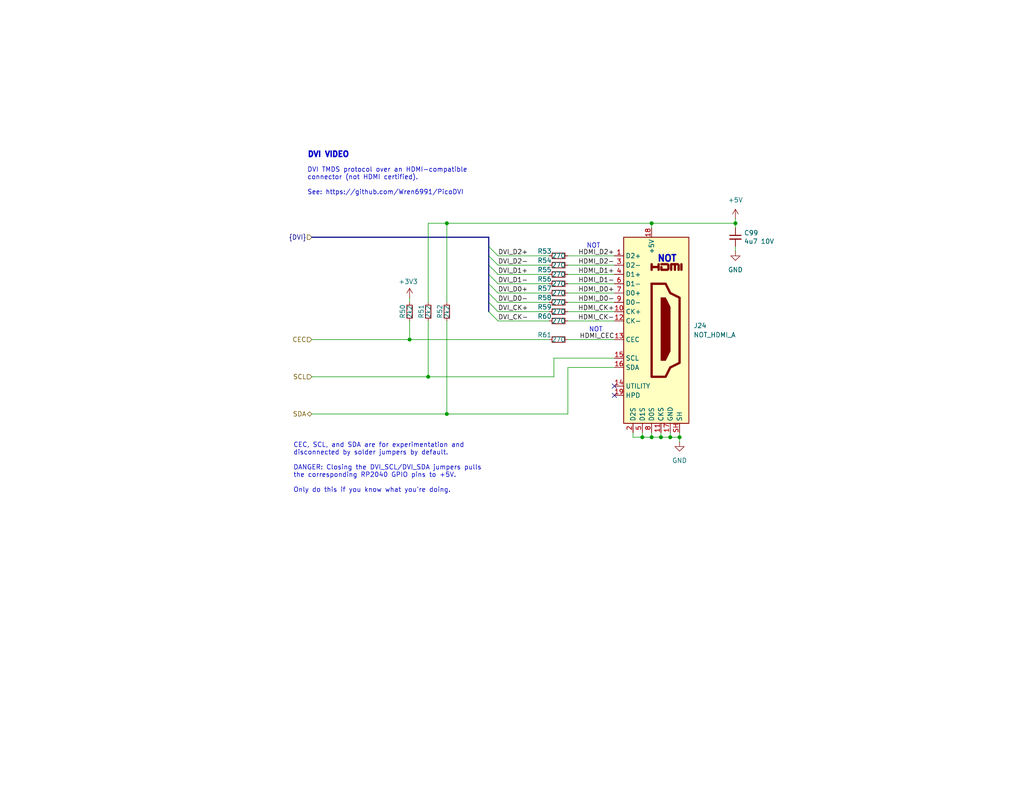
<source format=kicad_sch>
(kicad_sch (version 20231120) (generator "eeschema") (generator_version "8.0")
  (paper "A")
  (title_block (title "EconoPET 40/8096") (date "2023-10-01") (rev "A") (company "https://is.gd/6hpvh6") (comment 1 "Unspecified resistors are 1% / 62.5mW") (comment 2 "Unspecified capacitors are 25V") (comment 3 "Signals with B-prefix are level-shifted from 3V3 to 5V") (comment 4 "License: CC0 1.0 Universal (Public Domain Dedication)"))
  (lib_symbols
    (symbol "Connector:HDMI_A"
      (property "Reference" "J" (at -6.35 26.67 0))
      (property "Value" "HDMI_A" (at 10.16 26.67 0))
      (symbol "HDMI_A_0_0"
        (polyline (pts (xy 8.128 16.51) (xy 8.128 18.034)) (stroke (width 0.635)))
        (polyline (pts (xy 0 16.51) (xy 0 18.034) (xy 0 17.272) (xy 1.905 17.272) (xy 1.905 18.034) (xy 1.905 16.51)) (stroke (width 0.635)))
        (polyline (pts (xy 2.667 18.034) (xy 4.318 18.034) (xy 4.572 17.78) (xy 4.572 16.764) (xy 4.318 16.51) (xy 2.667 16.51) (xy 2.667 17.272)) (stroke (width 0.635)))
      )
      (symbol "HDMI_A_0_1"
        (rectangle (start -7.62 25.4) (end 10.16 -25.4) (stroke (width 0.254)) (fill (type background)))
        (polyline (pts (xy 2.54 8.89) (xy 3.81 8.89) (xy 5.08 6.35) (xy 5.08 -5.715) (xy 3.81 -8.255) (xy 2.54 -8.255) (xy 2.54 8.89)) (fill (type outline)))
        (polyline (pts (xy 5.334 16.51) (xy 5.334 18.034) (xy 6.35 18.034) (xy 6.35 16.51) (xy 6.35 18.034) (xy 7.112 18.034) (xy 7.366 17.78) (xy 7.366 16.51)) (stroke (width 0.635)))
        (polyline (pts (xy 0 12.7) (xy 0 -12.7) (xy 3.81 -12.7) (xy 5.08 -10.16) (xy 7.62 -8.89) (xy 7.62 8.89) (xy 5.08 10.16) (xy 3.81 12.7) (xy 0 12.7)) (stroke (width 0.635)))
      )
      (symbol "HDMI_A_1_1"
        (pin passive line (at -10.16 20.32 0) (length 2.54) (name "D2+") (number "1"))
        (pin passive line (at -10.16 5.08 0) (length 2.54) (name "CK+") (number "10"))
        (pin power_in line (at 2.54 -27.94 90) (length 2.54) (name "CKS") (number "11"))
        (pin passive line (at -10.16 2.54 0) (length 2.54) (name "CK-") (number "12"))
        (pin bidirectional line (at -10.16 -2.54 0) (length 2.54) (name "CEC") (number "13"))
        (pin passive line (at -10.16 -15.24 0) (length 2.54) (name "UTILITY") (number "14"))
        (pin passive line (at -10.16 -7.62 0) (length 2.54) (name "SCL") (number "15"))
        (pin bidirectional line (at -10.16 -10.16 0) (length 2.54) (name "SDA") (number "16"))
        (pin power_in line (at 5.08 -27.94 90) (length 2.54) (name "GND") (number "17"))
        (pin power_in line (at 0 27.94 270) (length 2.54) (name "+5V") (number "18"))
        (pin passive line (at -10.16 -17.78 0) (length 2.54) (name "HPD") (number "19"))
        (pin power_in line (at -5.08 -27.94 90) (length 2.54) (name "D2S") (number "2"))
        (pin passive line (at -10.16 17.78 0) (length 2.54) (name "D2-") (number "3"))
        (pin passive line (at -10.16 15.24 0) (length 2.54) (name "D1+") (number "4"))
        (pin power_in line (at -2.54 -27.94 90) (length 2.54) (name "D1S") (number "5"))
        (pin passive line (at -10.16 12.7 0) (length 2.54) (name "D1-") (number "6"))
        (pin passive line (at -10.16 10.16 0) (length 2.54) (name "D0+") (number "7"))
        (pin power_in line (at 0 -27.94 90) (length 2.54) (name "D0S") (number "8"))
        (pin passive line (at -10.16 7.62 0) (length 2.54) (name "D0-") (number "9"))
        (pin passive line (at 7.62 -27.94 90) (length 2.54) (name "SH") (number "SH"))
      )
    )
    (symbol "Device:C_Small" (pin_numbers hide) (pin_names (offset 0.254) hide)
      (property "Reference" "C" (at 0.254 1.778 0))
      (property "Value" "C_Small" (at 0.254 -2.032 0))
      (symbol "C_Small_0_1"
        (polyline (pts (xy -1.524 -0.508) (xy 1.524 -0.508)) (stroke (width 0.3302)))
        (polyline (pts (xy -1.524 0.508) (xy 1.524 0.508)) (stroke (width 0.3048)))
      )
      (symbol "C_Small_1_1"
        (pin passive line (at 0 2.54 270) (length 2.032) (name "~") (number "1"))
        (pin passive line (at 0 -2.54 90) (length 2.032) (name "~") (number "2"))
      )
    )
    (symbol "Device:R_Small" (pin_numbers hide) (pin_names (offset 0.254) hide)
      (property "Reference" "R" (at 0.762 0.508 0))
      (property "Value" "R_Small" (at 0.762 -1.016 0))
      (symbol "R_Small_0_1"
        (rectangle (start -0.762 1.778) (end 0.762 -1.778) (stroke (width 0.2032)))
      )
      (symbol "R_Small_1_1"
        (pin passive line (at 0 2.54 270) (length 0.762) (name "~") (number "1"))
        (pin passive line (at 0 -2.54 90) (length 0.762) (name "~") (number "2"))
      )
    )
    (symbol "power:+3V3" (power) (pin_numbers hide) (pin_names (offset 0) hide)
      (property "Value" "+3V3" (at 0 3.556 0))
      (symbol "+3V3_0_1"
        (polyline (pts (xy -0.762 1.27) (xy 0 2.54)))
        (polyline (pts (xy 0 0) (xy 0 2.54)))
        (polyline (pts (xy 0 2.54) (xy 0.762 1.27)))
      )
      (symbol "+3V3_1_1"
        (pin power_in line (at 0 0 90) (length 0) (name "~") (number "1"))
      )
    )
    (symbol "power:+5V" (power) (pin_numbers hide) (pin_names (offset 0) hide)
      (property "Value" "+5V" (at 0 3.556 0))
      (symbol "+5V_0_1"
        (polyline (pts (xy -0.762 1.27) (xy 0 2.54)))
        (polyline (pts (xy 0 0) (xy 0 2.54)))
        (polyline (pts (xy 0 2.54) (xy 0.762 1.27)))
      )
      (symbol "+5V_1_1"
        (pin power_in line (at 0 0 90) (length 0) (name "~") (number "1"))
      )
    )
    (symbol "power:GND" (power) (pin_numbers hide) (pin_names (offset 0) hide)
      (property "Value" "GND" (at 0 -3.81 0))
      (symbol "GND_0_1"
        (polyline (pts (xy 0 0) (xy 0 -1.27) (xy 1.27 -1.27) (xy 0 -2.54) (xy -1.27 -1.27) (xy 0 -1.27)))
      )
      (symbol "GND_1_1"
        (pin power_in line (at 0 0 270) (length 0) (name "~") (number "1"))
      )
    )
  )
  (bus_alias "DVI" (members "DVI_D2+" "DVI_D2-" "DVI_D1+" "DVI_D1-" "DVI_D0+" "DVI_D0-" "DVI_CK+" "DVI_CK-"))
  (junction (at 121.92 113.03))
  (junction (at 200.66 60.96))
  (junction (at 180.34 119.38))
  (junction (at 177.8 60.96))
  (junction (at 121.92 60.96))
  (junction (at 177.8 119.38))
  (junction (at 116.84 102.87))
  (junction (at 185.42 119.38))
  (junction (at 175.26 119.38))
  (junction (at 111.76 92.71))
  (junction (at 182.88 119.38))
  (no_connect (at 167.64 105.41))
  (no_connect (at 167.64 107.95))
  (bus_entry (at 133.35 67.31) (size 2.54 2.54))
  (bus_entry (at 133.35 69.85) (size 2.54 2.54))
  (bus_entry (at 133.35 72.39) (size 2.54 2.54))
  (bus_entry (at 133.35 74.93) (size 2.54 2.54))
  (bus_entry (at 133.35 77.47) (size 2.54 2.54))
  (bus_entry (at 133.35 80.01) (size 2.54 2.54))
  (bus_entry (at 133.35 82.55) (size 2.54 2.54))
  (bus_entry (at 133.35 85.09) (size 2.54 2.54))
  (wire (pts (xy 154.94 82.55) (xy 167.64 82.55)))
  (bus (pts (xy 133.35 64.77) (xy 133.35 67.31)))
  (wire (pts (xy 154.94 85.09) (xy 167.64 85.09)))
  (wire (pts (xy 154.94 113.03) (xy 154.94 100.33)))
  (wire (pts (xy 121.92 60.96) (xy 177.8 60.96)))
  (wire (pts (xy 177.8 119.38) (xy 180.34 119.38)))
  (wire (pts (xy 200.66 68.58) (xy 200.66 67.31)))
  (bus (pts (xy 133.35 72.39) (xy 133.35 74.93)))
  (bus (pts (xy 133.35 77.47) (xy 133.35 80.01)))
  (wire (pts (xy 111.76 87.63) (xy 111.76 92.71)))
  (wire (pts (xy 149.86 72.39) (xy 135.89 72.39)))
  (bus (pts (xy 133.35 69.85) (xy 133.35 72.39)))
  (wire (pts (xy 172.72 119.38) (xy 175.26 119.38)))
  (wire (pts (xy 154.94 72.39) (xy 167.64 72.39)))
  (wire (pts (xy 149.86 77.47) (xy 135.89 77.47)))
  (wire (pts (xy 116.84 60.96) (xy 116.84 82.55)))
  (wire (pts (xy 180.34 118.11) (xy 180.34 119.38)))
  (wire (pts (xy 172.72 118.11) (xy 172.72 119.38)))
  (wire (pts (xy 154.94 80.01) (xy 167.64 80.01)))
  (wire (pts (xy 177.8 60.96) (xy 200.66 60.96)))
  (wire (pts (xy 154.94 69.85) (xy 167.64 69.85)))
  (wire (pts (xy 85.09 102.87) (xy 116.84 102.87)))
  (wire (pts (xy 200.66 60.96) (xy 200.66 59.69)))
  (wire (pts (xy 177.8 60.96) (xy 177.8 62.23)))
  (bus (pts (xy 133.35 67.31) (xy 133.35 69.85)))
  (bus (pts (xy 133.35 74.93) (xy 133.35 77.47)))
  (bus (pts (xy 133.35 82.55) (xy 133.35 85.09)))
  (wire (pts (xy 182.88 118.11) (xy 182.88 119.38)))
  (wire (pts (xy 121.92 60.96) (xy 121.92 82.55)))
  (wire (pts (xy 149.86 69.85) (xy 135.89 69.85)))
  (wire (pts (xy 151.13 102.87) (xy 151.13 97.79)))
  (wire (pts (xy 182.88 119.38) (xy 185.42 119.38)))
  (wire (pts (xy 185.42 118.11) (xy 185.42 119.38)))
  (wire (pts (xy 149.86 82.55) (xy 135.89 82.55)))
  (bus (pts (xy 133.35 80.01) (xy 133.35 82.55)))
  (wire (pts (xy 85.09 113.03) (xy 121.92 113.03)))
  (wire (pts (xy 149.86 85.09) (xy 135.89 85.09)))
  (wire (pts (xy 185.42 119.38) (xy 185.42 120.65)))
  (wire (pts (xy 177.8 118.11) (xy 177.8 119.38)))
  (wire (pts (xy 175.26 119.38) (xy 177.8 119.38)))
  (wire (pts (xy 111.76 82.55) (xy 111.76 81.28)))
  (wire (pts (xy 154.94 74.93) (xy 167.64 74.93)))
  (wire (pts (xy 149.86 87.63) (xy 135.89 87.63)))
  (wire (pts (xy 116.84 87.63) (xy 116.84 102.87)))
  (wire (pts (xy 85.09 92.71) (xy 111.76 92.71)))
  (wire (pts (xy 151.13 97.79) (xy 167.64 97.79)))
  (wire (pts (xy 121.92 87.63) (xy 121.92 113.03)))
  (wire (pts (xy 175.26 118.11) (xy 175.26 119.38)))
  (wire (pts (xy 149.86 74.93) (xy 135.89 74.93)))
  (wire (pts (xy 180.34 119.38) (xy 182.88 119.38)))
  (wire (pts (xy 154.94 87.63) (xy 167.64 87.63)))
  (wire (pts (xy 154.94 77.47) (xy 167.64 77.47)))
  (wire (pts (xy 149.86 80.01) (xy 135.89 80.01)))
  (wire (pts (xy 154.94 100.33) (xy 167.64 100.33)))
  (wire (pts (xy 154.94 92.71) (xy 167.64 92.71)))
  (bus (pts (xy 85.09 64.77) (xy 133.35 64.77)))
  (wire (pts (xy 200.66 62.23) (xy 200.66 60.96)))
  (wire (pts (xy 111.76 92.71) (xy 149.86 92.71)))
  (wire (pts (xy 121.92 113.03) (xy 154.94 113.03)))
  (wire (pts (xy 121.92 60.96) (xy 116.84 60.96)))
  (wire (pts (xy 116.84 102.87) (xy 151.13 102.87)))
  (text "NOT" (at 160.02 67.945 0) (effects (font (size 1.27 1.27)) (justify left bottom)))
  (text "CEC, SCL, and SDA are for experimentation and\ndisconnected by solder jumpers by default.\n\nDANGER: Closing the DVI_SCL/DVI_SDA jumpers pulls\nthe corresponding RP2040 GPIO pins to +5V.\n\nOnly do this if you know what you're doing." (at 80.01 134.62 0) (effects (font (size 1.27 1.27)) (justify left bottom)))
  (text "DVI TMDS protocol over an HDMI-compatible\nconnector (not HDMI certified).\n\nSee: https://github.com/Wren6991/PicoDVI" (at 83.82 49.53 0) (effects (font (size 1.27 1.27)) (justify left)))
  (text "NOT" (at 184.785 71.755 0) (effects (font (size 1.75 1.75) (thickness 0.4) (bold yes)) (justify right bottom)))
  (text "DVI VIDEO" (at 83.82 43.18 0) (effects (font (size 1.5 1.5) (thickness 0.8) (bold yes)) (justify left bottom)))
  (text "NOT" (at 160.655 90.805 0) (effects (font (size 1.27 1.27)) (justify left bottom)))
  (label "DVI_D2+" (at 135.89 69.85 0))
  (label "HDMI_D0-" (at 167.64 82.55 180))
  (label "HDMI_CK-" (at 167.64 87.63 180))
  (label "HDMI_CK+" (at 167.64 85.09 180))
  (label "DVI_D0-" (at 135.89 82.55 0))
  (label "DVI_D1+" (at 135.89 74.93 0))
  (label "HDMI_D1-" (at 167.64 77.47 180))
  (label "HDMI_D2-" (at 167.64 72.39 180))
  (label "DVI_CK+" (at 135.89 85.09 0))
  (label "DVI_D1-" (at 135.89 77.47 0))
  (label "HDMI_CEC" (at 167.64 92.71 180))
  (label "DVI_CK-" (at 135.89 87.63 0))
  (label "HDMI_D1+" (at 167.64 74.93 180))
  (label "DVI_D0+" (at 135.89 80.01 0))
  (label "HDMI_D2+" (at 167.64 69.85 180))
  (label "HDMI_D0+" (at 167.64 80.01 180))
  (label "DVI_D2-" (at 135.89 72.39 0))
  (hierarchical_label "SCL" (shape input) (at 85.09 102.87 180))
  (hierarchical_label "{DVI}" (shape input) (at 85.09 64.77 180))
  (hierarchical_label "CEC" (shape input) (at 85.09 92.71 180))
  (hierarchical_label "SDA" (shape bidirectional) (at 85.09 113.03 180))
  (symbol (lib_id "Device:R_Small") (at 152.4 85.09 90) (unit 1)
    (property "Reference" "R59" (at 148.59 83.82 90))
    (property "Value" "270" (at 152.4 85.09 90))
    (property "Footprint" "Resistor_SMD:R_0603_1608Metric" (effects (hide yes)))
    (property "Datasheet" "https://www.lcsc.com/datasheet/lcsc_datasheet_2206010130_UNI-ROYAL-Uniroyal-Elec-0603WAF2700T5E_C22966.pdf" (effects (hide yes)))
    (property "LCSC" "C22966" (effects (hide yes)))
  )
  (symbol (lib_id "Device:R_Small") (at 152.4 77.47 90) (unit 1)
    (property "Reference" "R56" (at 148.59 76.2 90))
    (property "Value" "270" (at 152.4 77.47 90))
    (property "Footprint" "Resistor_SMD:R_0603_1608Metric" (effects (hide yes)))
    (property "Datasheet" "https://www.lcsc.com/datasheet/lcsc_datasheet_2206010130_UNI-ROYAL-Uniroyal-Elec-0603WAF2700T5E_C22966.pdf" (effects (hide yes)))
    (property "LCSC" "C22966" (effects (hide yes)))
  )
  (symbol (lib_id "Device:R_Small") (at 121.92 85.09 0) (unit 1)
    (property "Reference" "R52" (at 120.015 86.995 90) (effects (justify left)))
    (property "Value" "2k2" (at 121.92 86.995 90) (effects (justify left)))
    (property "Footprint" "Resistor_SMD:R_0402_1005Metric" (effects (hide yes)))
    (property "Datasheet" "https://www.lcsc.com/datasheet/lcsc_datasheet_2206010045_UNI-ROYAL-Uniroyal-Elec-0402WGF2201TCE_C25879.pdf" (effects (hide yes)))
    (property "LCSC" "C25879" (effects (hide yes)))
  )
  (symbol (lib_id "Device:R_Small") (at 116.84 85.09 0) (unit 1)
    (property "Reference" "R51" (at 114.935 86.995 90) (effects (justify left)))
    (property "Value" "2k2" (at 116.84 86.995 90) (effects (justify left)))
    (property "Footprint" "Resistor_SMD:R_0402_1005Metric" (effects (hide yes)))
    (property "Datasheet" "https://www.lcsc.com/datasheet/lcsc_datasheet_2206010045_UNI-ROYAL-Uniroyal-Elec-0402WGF2201TCE_C25879.pdf" (effects (hide yes)))
    (property "LCSC" "C25879" (effects (hide yes)))
  )
  (symbol (lib_id "power:+5V") (at 200.66 59.69 0) (unit 1)
    (property "Reference" "#PWR0164" (effects (hide yes)))
    (property "Value" "+5V" (at 200.66 54.61 0))
    (property "Description" "Power symbol creates a global label with name \"+5V\"" (effects (hide yes)))
  )
  (symbol (lib_id "power:+3V3") (at 111.76 81.28 0) (mirror y) (unit 1)
    (property "Reference" "#PWR0162" (effects (hide yes)))
    (property "Value" "+3V3" (at 111.379 76.8858 0))
    (property "Description" "Power symbol creates a global label with name \"+3V3\"" (effects (hide yes)))
  )
  (symbol (lib_id "Connector:HDMI_A") (at 177.8 90.17 0) (unit 1)
    (property "Reference" "J24" (at 189.23 88.9 0) (effects (justify left)))
    (property "Value" "NOT_HDMI_A" (at 189.23 91.44 0) (effects (justify left)))
    (property "Footprint" "EconoPET:HDMI_A_Molex_208658-1001_Horizontal" (effects (hide yes)))
    (property "Datasheet" "https://www.lcsc.com/datasheet/lcsc_datasheet_1811111311_BOOMELE-Boom-Precision-Elec-HDMI-001-19P_C138388.pdf" (effects (hide yes)))
    (property "LCSC" "C138388" (effects (hide yes)))
  )
  (symbol (lib_id "Device:R_Small") (at 152.4 69.85 90) (unit 1)
    (property "Reference" "R53" (at 148.59 68.58 90))
    (property "Value" "270" (at 152.4 69.85 90))
    (property "Footprint" "Resistor_SMD:R_0603_1608Metric" (effects (hide yes)))
    (property "Datasheet" "https://www.lcsc.com/datasheet/lcsc_datasheet_2206010130_UNI-ROYAL-Uniroyal-Elec-0603WAF2700T5E_C22966.pdf" (effects (hide yes)))
    (property "LCSC" "C22966" (effects (hide yes)))
  )
  (symbol (lib_id "Device:R_Small") (at 152.4 92.71 90) (unit 1)
    (property "Reference" "R61" (at 148.59 91.44 90))
    (property "Value" "270" (at 152.4 92.71 90))
    (property "Footprint" "Resistor_SMD:R_0603_1608Metric" (effects (hide yes)))
    (property "Datasheet" "https://www.lcsc.com/datasheet/lcsc_datasheet_2206010130_UNI-ROYAL-Uniroyal-Elec-0603WAF2700T5E_C22966.pdf" (effects (hide yes)))
    (property "LCSC" "C22966" (effects (hide yes)))
  )
  (symbol (lib_id "Device:R_Small") (at 152.4 82.55 90) (unit 1)
    (property "Reference" "R58" (at 148.59 81.28 90))
    (property "Value" "270" (at 152.4 82.55 90))
    (property "Footprint" "Resistor_SMD:R_0603_1608Metric" (effects (hide yes)))
    (property "Datasheet" "https://www.lcsc.com/datasheet/lcsc_datasheet_2206010130_UNI-ROYAL-Uniroyal-Elec-0603WAF2700T5E_C22966.pdf" (effects (hide yes)))
    (property "LCSC" "C22966" (effects (hide yes)))
  )
  (symbol (lib_id "Device:C_Small") (at 200.66 64.77 0) (unit 1)
    (property "Reference" "C99" (at 202.9968 63.6016 0) (effects (justify left)))
    (property "Value" "4u7 10V" (at 202.9968 65.913 0) (effects (justify left)))
    (property "Footprint" "Capacitor_SMD:C_0402_1005Metric" (effects (hide yes)))
    (property "Datasheet" "https://product.samsungsem.com/mlcc/CL05A475MP5NRN.do" (effects (hide yes)))
    (property "LCSC" "C23733" (effects (hide yes)))
  )
  (symbol (lib_id "Device:R_Small") (at 152.4 87.63 90) (unit 1)
    (property "Reference" "R60" (at 148.59 86.36 90))
    (property "Value" "270" (at 152.4 87.63 90))
    (property "Footprint" "Resistor_SMD:R_0603_1608Metric" (effects (hide yes)))
    (property "Datasheet" "https://www.lcsc.com/datasheet/lcsc_datasheet_2206010130_UNI-ROYAL-Uniroyal-Elec-0603WAF2700T5E_C22966.pdf" (effects (hide yes)))
    (property "LCSC" "C22966" (effects (hide yes)))
  )
  (symbol (lib_id "Device:R_Small") (at 152.4 80.01 90) (unit 1)
    (property "Reference" "R57" (at 148.59 78.74 90))
    (property "Value" "270" (at 152.4 80.01 90))
    (property "Footprint" "Resistor_SMD:R_0603_1608Metric" (effects (hide yes)))
    (property "Datasheet" "https://www.lcsc.com/datasheet/lcsc_datasheet_2206010130_UNI-ROYAL-Uniroyal-Elec-0603WAF2700T5E_C22966.pdf" (effects (hide yes)))
    (property "LCSC" "C22966" (effects (hide yes)))
  )
  (symbol (lib_id "Device:R_Small") (at 111.76 85.09 0) (unit 1)
    (property "Reference" "R50" (at 109.855 86.995 90) (effects (justify left)))
    (property "Value" "2k2" (at 111.76 86.995 90) (effects (justify left)))
    (property "Footprint" "Resistor_SMD:R_0402_1005Metric" (effects (hide yes)))
    (property "Datasheet" "https://www.lcsc.com/datasheet/lcsc_datasheet_2206010045_UNI-ROYAL-Uniroyal-Elec-0402WGF2201TCE_C25879.pdf" (effects (hide yes)))
    (property "LCSC" "C25879" (effects (hide yes)))
  )
  (symbol (lib_id "power:GND") (at 185.42 120.65 0) (unit 1)
    (property "Reference" "#PWR0163" (effects (hide yes)))
    (property "Value" "GND" (at 185.42 125.73 0))
    (property "Description" "Power symbol creates a global label with name \"GND\" , ground" (effects (hide yes)))
  )
  (symbol (lib_id "Device:R_Small") (at 152.4 72.39 90) (unit 1)
    (property "Reference" "R54" (at 148.59 71.12 90))
    (property "Value" "270" (at 152.4 72.39 90))
    (property "Footprint" "Resistor_SMD:R_0603_1608Metric" (effects (hide yes)))
    (property "Datasheet" "https://www.lcsc.com/datasheet/lcsc_datasheet_2206010130_UNI-ROYAL-Uniroyal-Elec-0603WAF2700T5E_C22966.pdf" (effects (hide yes)))
    (property "LCSC" "C22966" (effects (hide yes)))
  )
  (symbol (lib_id "Device:R_Small") (at 152.4 74.93 90) (unit 1)
    (property "Reference" "R55" (at 148.59 73.66 90))
    (property "Value" "270" (at 152.4 74.93 90))
    (property "Footprint" "Resistor_SMD:R_0603_1608Metric" (effects (hide yes)))
    (property "Datasheet" "https://www.lcsc.com/datasheet/lcsc_datasheet_2206010130_UNI-ROYAL-Uniroyal-Elec-0603WAF2700T5E_C22966.pdf" (effects (hide yes)))
    (property "LCSC" "C22966" (effects (hide yes)))
  )
  (symbol (lib_id "power:GND") (at 200.66 68.58 0) (unit 1)
    (property "Reference" "#PWR0165" (effects (hide yes)))
    (property "Value" "GND" (at 200.66 73.66 0))
    (property "Description" "Power symbol creates a global label with name \"GND\" , ground" (effects (hide yes)))
  )
)
</source>
